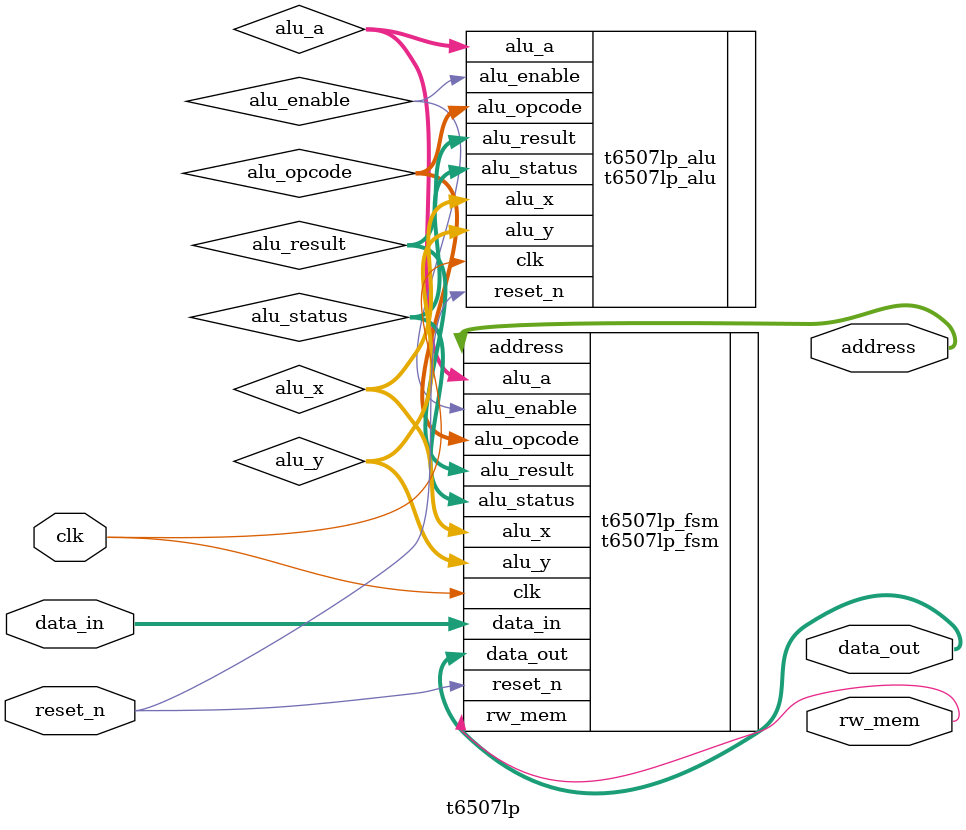
<source format=v>

`include "timescale.v"


module t6507lp(clk, reset_n, data_in, rw_mem, data_out, address);
	parameter [3:0] DATA_SIZE = 4'd8;
	parameter [3:0] ADDR_SIZE = 4'd13;

	localparam [3:0] DATA_SIZE_ = DATA_SIZE - 4'b0001;
	localparam [3:0] ADDR_SIZE_ = ADDR_SIZE - 4'b0001;

	// note: in the top level inputs are just inputs, outputs are just outputs and the internal signals are wired.
	input                 clk;
	input                 reset_n;
	input  [DATA_SIZE_:0] data_in;
	output                rw_mem;
	output [DATA_SIZE_:0] data_out;
	output [ADDR_SIZE_:0] address;

	wire [DATA_SIZE_:0] alu_result;
	wire [DATA_SIZE_:0] alu_status;
	wire [DATA_SIZE_:0] alu_x;
	wire [DATA_SIZE_:0] alu_y;
	wire [DATA_SIZE_:0] alu_opcode;
	wire [DATA_SIZE_:0] alu_a;
	wire alu_enable;

	// `include  "T6507LP_Package.v"
	//TODO change rw_mem to mem_rw
	t6507lp_fsm #(DATA_SIZE, ADDR_SIZE) t6507lp_fsm(
		.clk		(clk),
		.reset_n	(reset_n),
		.alu_result	(alu_result),
		.alu_status	(alu_status),
		.data_in	(data_in),
		.alu_x		(alu_x),
		.alu_y		(alu_y),
		.address	(address),
		.rw_mem		(rw_mem),
		.data_out	(data_out),
		.alu_opcode	(alu_opcode),
		.alu_a		(alu_a),
		.alu_enable	(alu_enable)
	);

	t6507lp_alu t6507lp_alu (
		.clk		(clk),
		.reset_n  	(reset_n),
		.alu_enable	(alu_enable),
		.alu_result	(alu_result),
		.alu_status	(alu_status),
		.alu_opcode	(alu_opcode),
		.alu_a		(alu_a),
		.alu_x		(alu_x),
		.alu_y		(alu_y)
	);
endmodule

</source>
